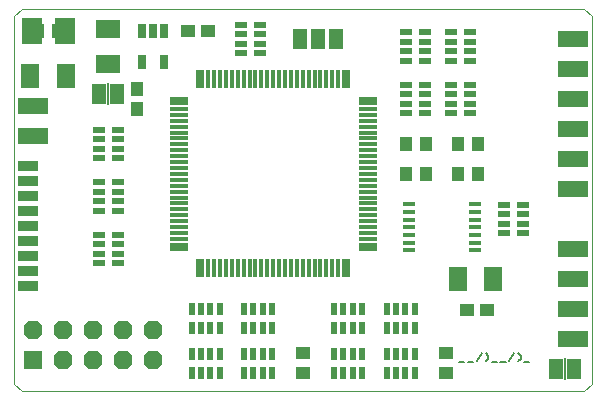
<source format=gts>
G75*
%MOIN*%
%OFA0B0*%
%FSLAX25Y25*%
%IPPOS*%
%LPD*%
%AMOC8*
5,1,8,0,0,1.08239X$1,22.5*
%
%ADD10C,0.00000*%
%ADD11C,0.00600*%
%ADD12R,0.10400X0.05400*%
%ADD13R,0.06306X0.08274*%
%ADD14R,0.04731X0.04337*%
%ADD15R,0.08274X0.06306*%
%ADD16R,0.04337X0.04731*%
%ADD17R,0.06699X0.03550*%
%ADD18R,0.06699X0.09061*%
%ADD19R,0.03937X0.02362*%
%ADD20R,0.06306X0.02920*%
%ADD21R,0.06306X0.01660*%
%ADD22R,0.02920X0.06306*%
%ADD23R,0.01660X0.06306*%
%ADD24R,0.04337X0.01778*%
%ADD25R,0.02565X0.05124*%
%ADD26R,0.02362X0.03937*%
%ADD27R,0.05000X0.06700*%
%ADD28R,0.00600X0.07200*%
%ADD29OC8,0.06306*%
%ADD30R,0.06306X0.06306*%
D10*
X0007850Y0004100D02*
X0005350Y0006600D01*
X0005350Y0129100D01*
X0007850Y0131600D01*
X0195350Y0131600D01*
X0197850Y0129100D01*
X0197850Y0006600D01*
X0195350Y0004100D01*
X0007850Y0004100D01*
D11*
X0153576Y0013768D02*
X0155311Y0013768D01*
X0156523Y0013768D02*
X0158258Y0013768D01*
X0159469Y0014201D02*
X0161204Y0016803D01*
X0162416Y0016803D02*
X0163283Y0015936D01*
X0163283Y0015069D01*
X0162416Y0014201D01*
X0164380Y0013768D02*
X0166115Y0013768D01*
X0167327Y0013768D02*
X0169061Y0013768D01*
X0170273Y0014201D02*
X0172008Y0016803D01*
X0173220Y0016803D02*
X0174087Y0015936D01*
X0174087Y0015069D01*
X0173220Y0014201D01*
X0175184Y0013768D02*
X0176919Y0013768D01*
D12*
X0191600Y0021600D03*
X0191600Y0031600D03*
X0191600Y0041600D03*
X0191600Y0051600D03*
X0191600Y0071600D03*
X0191600Y0081600D03*
X0191600Y0091600D03*
X0191600Y0101600D03*
X0191600Y0111600D03*
X0191600Y0121600D03*
X0011600Y0099100D03*
X0011600Y0089100D03*
D13*
X0010694Y0109100D03*
X0022506Y0109100D03*
X0153194Y0041600D03*
X0165006Y0041600D03*
D14*
X0162759Y0031287D03*
X0156066Y0031287D03*
X0149100Y0016821D03*
X0149100Y0010129D03*
X0101600Y0010129D03*
X0101600Y0016821D03*
X0069946Y0124100D03*
X0063254Y0124100D03*
D15*
X0036600Y0125006D03*
X0036600Y0113194D03*
D16*
X0046287Y0104946D03*
X0046287Y0098254D03*
X0019946Y0124100D03*
X0013254Y0124100D03*
X0135754Y0086600D03*
X0142446Y0086600D03*
X0153254Y0086600D03*
X0159946Y0086600D03*
X0159946Y0076600D03*
X0153254Y0076600D03*
X0142446Y0076600D03*
X0135754Y0076600D03*
D17*
X0009725Y0074100D03*
X0009725Y0069100D03*
X0009725Y0064100D03*
X0009725Y0059100D03*
X0009725Y0054100D03*
X0009725Y0049100D03*
X0009725Y0044100D03*
X0009725Y0039100D03*
X0009725Y0079100D03*
D18*
X0011088Y0124100D03*
X0022112Y0124100D03*
D19*
X0033450Y0091324D03*
X0033450Y0088175D03*
X0033450Y0085025D03*
X0033450Y0081876D03*
X0039750Y0081876D03*
X0039750Y0085025D03*
X0039750Y0088175D03*
X0039750Y0091324D03*
X0039750Y0073824D03*
X0039750Y0070675D03*
X0039750Y0067525D03*
X0039750Y0064376D03*
X0033450Y0064376D03*
X0033450Y0067525D03*
X0033450Y0070675D03*
X0033450Y0073824D03*
X0033450Y0056324D03*
X0033450Y0053175D03*
X0033450Y0050025D03*
X0033450Y0046876D03*
X0039750Y0046876D03*
X0039750Y0050025D03*
X0039750Y0053175D03*
X0039750Y0056324D03*
X0080950Y0116876D03*
X0080950Y0120025D03*
X0080950Y0123175D03*
X0080950Y0126324D03*
X0087250Y0126324D03*
X0087250Y0123175D03*
X0087250Y0120025D03*
X0087250Y0116876D03*
X0135950Y0117525D03*
X0135950Y0120675D03*
X0135950Y0123824D03*
X0142250Y0123824D03*
X0142250Y0120675D03*
X0142250Y0117525D03*
X0142250Y0114376D03*
X0135950Y0114376D03*
X0135950Y0106324D03*
X0135950Y0103175D03*
X0135950Y0100025D03*
X0135950Y0096876D03*
X0142250Y0096876D03*
X0142250Y0100025D03*
X0142250Y0103175D03*
X0142250Y0106324D03*
X0150950Y0106324D03*
X0150950Y0103175D03*
X0150950Y0100025D03*
X0150950Y0096876D03*
X0157250Y0096876D03*
X0157250Y0100025D03*
X0157250Y0103175D03*
X0157250Y0106324D03*
X0157250Y0114376D03*
X0157250Y0117525D03*
X0157250Y0120675D03*
X0157250Y0123824D03*
X0150950Y0123824D03*
X0150950Y0120675D03*
X0150950Y0117525D03*
X0150950Y0114376D03*
X0168450Y0066324D03*
X0168450Y0063175D03*
X0168450Y0060025D03*
X0168450Y0056876D03*
X0174750Y0056876D03*
X0174750Y0060025D03*
X0174750Y0063175D03*
X0174750Y0066324D03*
D20*
X0123096Y0052348D03*
X0060104Y0052348D03*
X0060104Y0100852D03*
X0123096Y0100852D03*
D21*
X0123096Y0098254D03*
X0123096Y0096285D03*
X0123096Y0094317D03*
X0123096Y0092348D03*
X0123096Y0090380D03*
X0123096Y0088411D03*
X0123096Y0086443D03*
X0123096Y0084474D03*
X0123096Y0082506D03*
X0123096Y0080537D03*
X0123096Y0078569D03*
X0123096Y0076600D03*
X0123096Y0074631D03*
X0123096Y0072663D03*
X0123096Y0070694D03*
X0123096Y0068726D03*
X0123096Y0066757D03*
X0123096Y0064789D03*
X0123096Y0062820D03*
X0123096Y0060852D03*
X0123096Y0058883D03*
X0123096Y0056915D03*
X0123096Y0054946D03*
X0060104Y0054946D03*
X0060104Y0056915D03*
X0060104Y0058883D03*
X0060104Y0060852D03*
X0060104Y0062820D03*
X0060104Y0064789D03*
X0060104Y0066757D03*
X0060104Y0068726D03*
X0060104Y0070694D03*
X0060104Y0072663D03*
X0060104Y0074631D03*
X0060104Y0076600D03*
X0060104Y0078569D03*
X0060104Y0080537D03*
X0060104Y0082506D03*
X0060104Y0084474D03*
X0060104Y0086443D03*
X0060104Y0088411D03*
X0060104Y0090380D03*
X0060104Y0092348D03*
X0060104Y0094317D03*
X0060104Y0096285D03*
X0060104Y0098254D03*
D22*
X0067348Y0108096D03*
X0115852Y0108096D03*
X0115852Y0045104D03*
X0067348Y0045104D03*
D23*
X0069946Y0045104D03*
X0071915Y0045104D03*
X0073883Y0045104D03*
X0075852Y0045104D03*
X0077820Y0045104D03*
X0079789Y0045104D03*
X0081757Y0045104D03*
X0083726Y0045104D03*
X0085694Y0045104D03*
X0087663Y0045104D03*
X0089631Y0045104D03*
X0091600Y0045104D03*
X0093569Y0045104D03*
X0095537Y0045104D03*
X0097506Y0045104D03*
X0099474Y0045104D03*
X0101443Y0045104D03*
X0103411Y0045104D03*
X0105380Y0045104D03*
X0107348Y0045104D03*
X0109317Y0045104D03*
X0111285Y0045104D03*
X0113254Y0045104D03*
X0113254Y0108096D03*
X0111285Y0108096D03*
X0109317Y0108096D03*
X0107348Y0108096D03*
X0105380Y0108096D03*
X0103411Y0108096D03*
X0101443Y0108096D03*
X0099474Y0108096D03*
X0097506Y0108096D03*
X0095537Y0108096D03*
X0093569Y0108096D03*
X0091600Y0108096D03*
X0089631Y0108096D03*
X0087663Y0108096D03*
X0085694Y0108096D03*
X0083726Y0108096D03*
X0081757Y0108096D03*
X0079789Y0108096D03*
X0077820Y0108096D03*
X0075852Y0108096D03*
X0073883Y0108096D03*
X0071915Y0108096D03*
X0069946Y0108096D03*
D24*
X0136728Y0066465D03*
X0136728Y0063906D03*
X0136728Y0061347D03*
X0136728Y0058787D03*
X0136728Y0056228D03*
X0136728Y0053669D03*
X0136728Y0051110D03*
X0158972Y0051110D03*
X0158972Y0053669D03*
X0158972Y0056228D03*
X0158972Y0058787D03*
X0158972Y0061347D03*
X0158972Y0063906D03*
X0158972Y0066465D03*
D25*
X0055340Y0113982D03*
X0047860Y0113982D03*
X0047860Y0124218D03*
X0051600Y0124218D03*
X0055340Y0124218D03*
D26*
X0064376Y0031625D03*
X0067525Y0031625D03*
X0070675Y0031625D03*
X0073824Y0031625D03*
X0073824Y0025325D03*
X0070675Y0025325D03*
X0067525Y0025325D03*
X0064376Y0025325D03*
X0064376Y0016625D03*
X0067525Y0016625D03*
X0070675Y0016625D03*
X0073824Y0016625D03*
X0081876Y0016625D03*
X0085025Y0016625D03*
X0088175Y0016625D03*
X0091324Y0016625D03*
X0091324Y0010325D03*
X0088175Y0010325D03*
X0085025Y0010325D03*
X0081876Y0010325D03*
X0073824Y0010325D03*
X0070675Y0010325D03*
X0067525Y0010325D03*
X0064376Y0010325D03*
X0081876Y0025325D03*
X0085025Y0025325D03*
X0088175Y0025325D03*
X0091324Y0025325D03*
X0091324Y0031625D03*
X0088175Y0031625D03*
X0085025Y0031625D03*
X0081876Y0031625D03*
X0111876Y0031625D03*
X0115025Y0031625D03*
X0118175Y0031625D03*
X0121324Y0031625D03*
X0121324Y0025325D03*
X0118175Y0025325D03*
X0115025Y0025325D03*
X0111876Y0025325D03*
X0111876Y0016625D03*
X0115025Y0016625D03*
X0118175Y0016625D03*
X0121324Y0016625D03*
X0129376Y0016625D03*
X0132525Y0016625D03*
X0135675Y0016625D03*
X0138824Y0016625D03*
X0138824Y0010325D03*
X0135675Y0010325D03*
X0132525Y0010325D03*
X0129376Y0010325D03*
X0121324Y0010325D03*
X0118175Y0010325D03*
X0115025Y0010325D03*
X0111876Y0010325D03*
X0129376Y0025325D03*
X0132525Y0025325D03*
X0135675Y0025325D03*
X0138824Y0025325D03*
X0138824Y0031625D03*
X0135675Y0031625D03*
X0132525Y0031625D03*
X0129376Y0031625D03*
D27*
X0185787Y0011600D03*
X0191787Y0011600D03*
X0039600Y0103162D03*
X0033600Y0103162D03*
X0100600Y0121600D03*
X0106600Y0121600D03*
X0112600Y0121600D03*
D28*
X0036600Y0103162D03*
X0188787Y0011600D03*
D29*
X0051600Y0014412D03*
X0041600Y0014412D03*
X0031600Y0014412D03*
X0021600Y0014412D03*
X0021600Y0024412D03*
X0011600Y0024412D03*
X0031600Y0024412D03*
X0041600Y0024412D03*
X0051600Y0024412D03*
D30*
X0011600Y0014412D03*
M02*

</source>
